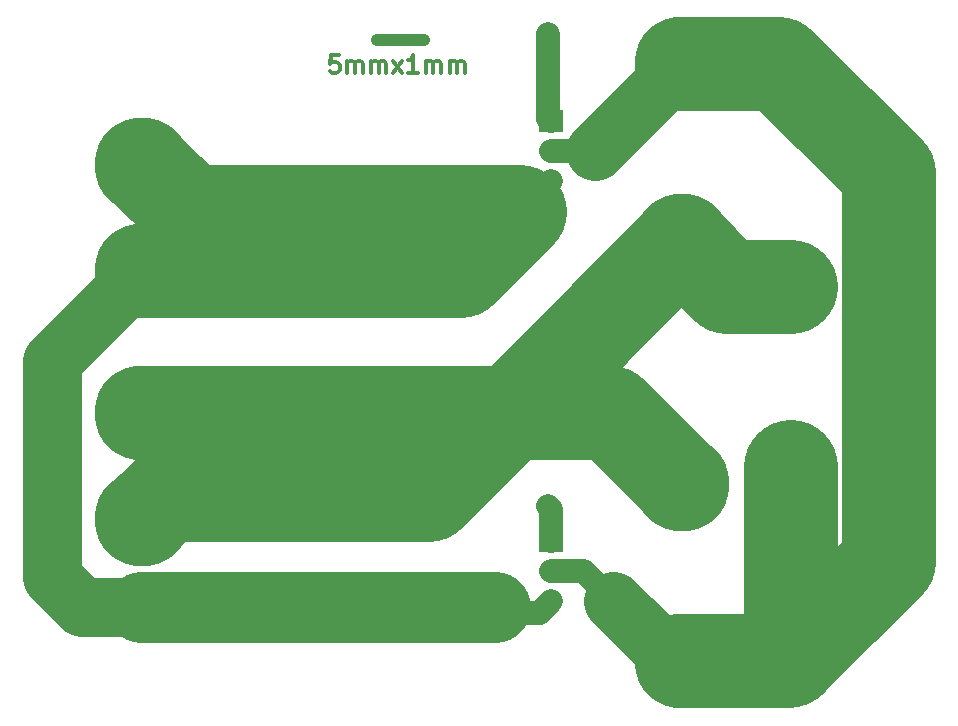
<source format=gbr>
%TF.GenerationSoftware,KiCad,Pcbnew,8.0.1-8.0.1-1~ubuntu22.04.1*%
%TF.CreationDate,2024-05-03T19:02:04-04:00*%
%TF.ProjectId,CIM_driver,43494d5f-6472-4697-9665-722e6b696361,rev?*%
%TF.SameCoordinates,Original*%
%TF.FileFunction,Copper,L1,Top*%
%TF.FilePolarity,Positive*%
%FSLAX46Y46*%
G04 Gerber Fmt 4.6, Leading zero omitted, Abs format (unit mm)*
G04 Created by KiCad (PCBNEW 8.0.1-8.0.1-1~ubuntu22.04.1) date 2024-05-03 19:02:04*
%MOMM*%
%LPD*%
G01*
G04 APERTURE LIST*
%ADD10C,0.300000*%
%TA.AperFunction,NonConductor*%
%ADD11C,0.300000*%
%TD*%
%TA.AperFunction,ComponentPad*%
%ADD12R,3.200000X3.200000*%
%TD*%
%TA.AperFunction,ComponentPad*%
%ADD13O,3.200000X3.200000*%
%TD*%
%TA.AperFunction,ComponentPad*%
%ADD14C,1.500000*%
%TD*%
%TA.AperFunction,ComponentPad*%
%ADD15R,2.000000X1.905000*%
%TD*%
%TA.AperFunction,ComponentPad*%
%ADD16O,2.000000X1.905000*%
%TD*%
%TA.AperFunction,ComponentPad*%
%ADD17C,8.000000*%
%TD*%
%TA.AperFunction,Conductor*%
%ADD18C,1.000000*%
%TD*%
%TA.AperFunction,Conductor*%
%ADD19C,2.000000*%
%TD*%
%TA.AperFunction,Conductor*%
%ADD20C,8.000000*%
%TD*%
%TA.AperFunction,Conductor*%
%ADD21C,5.000000*%
%TD*%
%TA.AperFunction,Conductor*%
%ADD22C,6.000000*%
%TD*%
G04 APERTURE END LIST*
D10*
D11*
X27178796Y56109171D02*
X26464510Y56109171D01*
X26464510Y56109171D02*
X26393082Y55394885D01*
X26393082Y55394885D02*
X26464510Y55466314D01*
X26464510Y55466314D02*
X26607368Y55537742D01*
X26607368Y55537742D02*
X26964510Y55537742D01*
X26964510Y55537742D02*
X27107368Y55466314D01*
X27107368Y55466314D02*
X27178796Y55394885D01*
X27178796Y55394885D02*
X27250225Y55252028D01*
X27250225Y55252028D02*
X27250225Y54894885D01*
X27250225Y54894885D02*
X27178796Y54752028D01*
X27178796Y54752028D02*
X27107368Y54680600D01*
X27107368Y54680600D02*
X26964510Y54609171D01*
X26964510Y54609171D02*
X26607368Y54609171D01*
X26607368Y54609171D02*
X26464510Y54680600D01*
X26464510Y54680600D02*
X26393082Y54752028D01*
X27893081Y54609171D02*
X27893081Y55609171D01*
X27893081Y55466314D02*
X27964510Y55537742D01*
X27964510Y55537742D02*
X28107367Y55609171D01*
X28107367Y55609171D02*
X28321653Y55609171D01*
X28321653Y55609171D02*
X28464510Y55537742D01*
X28464510Y55537742D02*
X28535939Y55394885D01*
X28535939Y55394885D02*
X28535939Y54609171D01*
X28535939Y55394885D02*
X28607367Y55537742D01*
X28607367Y55537742D02*
X28750224Y55609171D01*
X28750224Y55609171D02*
X28964510Y55609171D01*
X28964510Y55609171D02*
X29107367Y55537742D01*
X29107367Y55537742D02*
X29178796Y55394885D01*
X29178796Y55394885D02*
X29178796Y54609171D01*
X29893081Y54609171D02*
X29893081Y55609171D01*
X29893081Y55466314D02*
X29964510Y55537742D01*
X29964510Y55537742D02*
X30107367Y55609171D01*
X30107367Y55609171D02*
X30321653Y55609171D01*
X30321653Y55609171D02*
X30464510Y55537742D01*
X30464510Y55537742D02*
X30535939Y55394885D01*
X30535939Y55394885D02*
X30535939Y54609171D01*
X30535939Y55394885D02*
X30607367Y55537742D01*
X30607367Y55537742D02*
X30750224Y55609171D01*
X30750224Y55609171D02*
X30964510Y55609171D01*
X30964510Y55609171D02*
X31107367Y55537742D01*
X31107367Y55537742D02*
X31178796Y55394885D01*
X31178796Y55394885D02*
X31178796Y54609171D01*
X31750224Y54609171D02*
X32535939Y55609171D01*
X31750224Y55609171D02*
X32535939Y54609171D01*
X33893082Y54609171D02*
X33035939Y54609171D01*
X33464510Y54609171D02*
X33464510Y56109171D01*
X33464510Y56109171D02*
X33321653Y55894885D01*
X33321653Y55894885D02*
X33178796Y55752028D01*
X33178796Y55752028D02*
X33035939Y55680600D01*
X34535938Y54609171D02*
X34535938Y55609171D01*
X34535938Y55466314D02*
X34607367Y55537742D01*
X34607367Y55537742D02*
X34750224Y55609171D01*
X34750224Y55609171D02*
X34964510Y55609171D01*
X34964510Y55609171D02*
X35107367Y55537742D01*
X35107367Y55537742D02*
X35178796Y55394885D01*
X35178796Y55394885D02*
X35178796Y54609171D01*
X35178796Y55394885D02*
X35250224Y55537742D01*
X35250224Y55537742D02*
X35393081Y55609171D01*
X35393081Y55609171D02*
X35607367Y55609171D01*
X35607367Y55609171D02*
X35750224Y55537742D01*
X35750224Y55537742D02*
X35821653Y55394885D01*
X35821653Y55394885D02*
X35821653Y54609171D01*
X36535938Y54609171D02*
X36535938Y55609171D01*
X36535938Y55466314D02*
X36607367Y55537742D01*
X36607367Y55537742D02*
X36750224Y55609171D01*
X36750224Y55609171D02*
X36964510Y55609171D01*
X36964510Y55609171D02*
X37107367Y55537742D01*
X37107367Y55537742D02*
X37178796Y55394885D01*
X37178796Y55394885D02*
X37178796Y54609171D01*
X37178796Y55394885D02*
X37250224Y55537742D01*
X37250224Y55537742D02*
X37393081Y55609171D01*
X37393081Y55609171D02*
X37607367Y55609171D01*
X37607367Y55609171D02*
X37750224Y55537742D01*
X37750224Y55537742D02*
X37821653Y55394885D01*
X37821653Y55394885D02*
X37821653Y54609171D01*
D12*
%TO.P,D1,1,K*%
%TO.N,+12V*%
X65410000Y36530000D03*
D13*
%TO.P,D1,2,A*%
%TO.N,Net-(D1-A)*%
X65410000Y21290000D03*
%TD*%
D14*
%TO.P,REF\u002A\u002A,1*%
%TO.N,PB6*%
X44910000Y57910000D03*
%TD*%
D15*
%TO.P,Q2,1,G*%
%TO.N,PB6*%
X45160000Y14950000D03*
D16*
%TO.P,Q2,2,D*%
%TO.N,Net-(D1-A)*%
X45160000Y12410000D03*
%TO.P,Q2,3,S*%
%TO.N,GND*%
X45160000Y9870000D03*
%TD*%
D15*
%TO.P,Q1,1,G*%
%TO.N,PB6*%
X45160000Y50510000D03*
D16*
%TO.P,Q1,2,D*%
%TO.N,Net-(D1-A)*%
X45160000Y47970000D03*
%TO.P,Q1,3,S*%
%TO.N,GND*%
X45160000Y45430000D03*
%TD*%
D17*
%TO.P,J1,2,Pin_2*%
%TO.N,GND*%
X10530000Y37810000D03*
X10530000Y46810000D03*
%TO.P,J1,1,Pin_1*%
%TO.N,+12V*%
X10530000Y16810000D03*
X10530000Y25810000D03*
%TD*%
%TO.P,M2,1,+*%
%TO.N,+12V*%
X56250000Y19790000D03*
%TO.P,M2,2,-*%
%TO.N,Net-(D1-A)*%
X56250000Y4790000D03*
%TD*%
%TO.P,M1,1,+*%
%TO.N,+12V*%
X56250000Y40350000D03*
%TO.P,M1,2,-*%
%TO.N,Net-(D1-A)*%
X56250000Y55350000D03*
%TD*%
D18*
%TO.N,*%
X34410000Y57410000D02*
X30410000Y57410000D01*
D19*
%TO.N,PB6*%
X45160000Y14950000D02*
X45160000Y17660000D01*
X45160000Y17660000D02*
X44910000Y17910000D01*
D20*
%TO.N,Net-(D1-A)*%
X64470000Y55350000D02*
X56250000Y55350000D01*
X73710000Y13210000D02*
X73710000Y46110000D01*
X65290000Y4790000D02*
X73710000Y13210000D01*
X73710000Y46110000D02*
X64470000Y55350000D01*
%TO.N,+12V*%
X65410000Y36530000D02*
X60070000Y36530000D01*
X60070000Y36530000D02*
X56250000Y40350000D01*
%TO.N,Net-(D1-A)*%
X65410000Y21290000D02*
X65410000Y4910000D01*
X65410000Y4910000D02*
X65290000Y4790000D01*
X56250000Y4790000D02*
X65290000Y4790000D01*
D19*
X45160000Y12410000D02*
X47910000Y12410000D01*
X47910000Y12410000D02*
X50410000Y9910000D01*
D20*
%TO.N,+12V*%
X10530000Y16810000D02*
X12630000Y18910000D01*
X12630000Y18910000D02*
X34810000Y18910000D01*
X34810000Y18910000D02*
X42360000Y26460000D01*
D21*
%TO.N,GND*%
X2910000Y30190000D02*
X10530000Y37810000D01*
X2910000Y11910000D02*
X2910000Y30190000D01*
X5410000Y9410000D02*
X2910000Y11910000D01*
X10434668Y9410000D02*
X5410000Y9410000D01*
D19*
X45160000Y9870000D02*
X44200000Y8910000D01*
D22*
X40410000Y9410000D02*
X10434668Y9410000D01*
D19*
X44200000Y8910000D02*
X40910000Y8910000D01*
X40910000Y8910000D02*
X40410000Y9410000D01*
D21*
%TO.N,Net-(D1-A)*%
X50410000Y9910000D02*
X55530000Y4790000D01*
D19*
X55530000Y4790000D02*
X56250000Y4790000D01*
D20*
%TO.N,GND*%
X37540000Y37810000D02*
X42540001Y42810001D01*
X10530000Y37810000D02*
X37540000Y37810000D01*
D19*
X45160000Y45430000D02*
X42540001Y42810001D01*
%TO.N,PB6*%
X44910000Y57910000D02*
X44910000Y50760000D01*
X44910000Y50760000D02*
X45160000Y50510000D01*
%TO.N,Net-(D1-A)*%
X45160000Y47970000D02*
X48870000Y47970000D01*
D21*
X48870000Y47970000D02*
X56250000Y55350000D01*
D20*
%TO.N,+12V*%
X41710000Y25810000D02*
X42360000Y26460000D01*
X42360000Y26460000D02*
X56250000Y40350000D01*
X10530000Y25810000D02*
X41710000Y25810000D01*
X10530000Y25810000D02*
X50230000Y25810000D01*
X50230000Y25810000D02*
X56250000Y19790000D01*
%TO.N,GND*%
X10530000Y46810000D02*
X14530000Y42810000D01*
X14530000Y42810000D02*
X42540000Y42810000D01*
D19*
X42540000Y42810000D02*
X45160000Y45430000D01*
%TD*%
M02*

</source>
